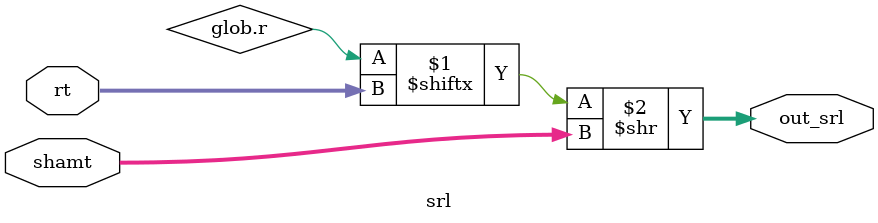
<source format=v>
module srl
(
	input [4:0] rt, shamt,
	output [31:0] out_srl
);
assign out_srl = glob.r[rt] >> shamt;
endmodule

</source>
